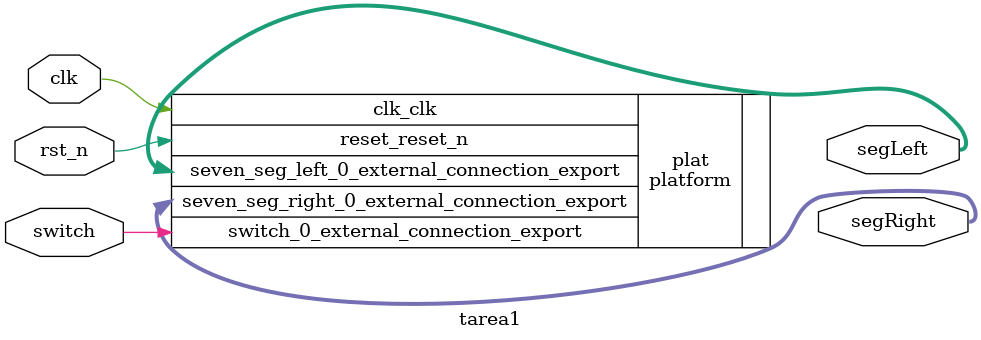
<source format=sv>
module tarea1(input logic	clk,rst_n,
						input logic switch, 
						output logic[20:0] segLeft, segRight);
platform plat
(
	.clk_clk(clk),
	.seven_seg_left_0_external_connection_export(segLeft),
	.seven_seg_right_0_external_connection_export(segRight),
	.switch_0_external_connection_export(switch),
	.reset_reset_n(rst_n)
);

endmodule
</source>
